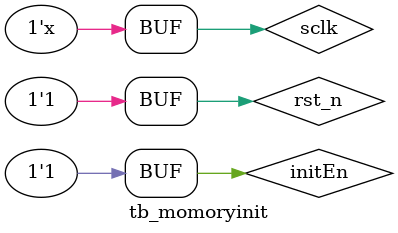
<source format=v>
`timescale 1ns/1ps

module tb_momoryinit( );

reg 	sclk;
reg		rst_n;
reg		initEn;
wire 	initValid;
wire	[31:0]	initAddr;
wire	initDone;
wire	initDonePuls;

initial	sclk = 1;
always #10 sclk = !sclk;

initial	begin
	rst_n = 0;
	#100
	rst_n = 1;
	initEn = 0;
	#100 
	initEn = 1;
end


MemoryInit			MemoryInit_inst(
	.clk			(sclk),
	.rst_n			(rst_n),
	.initEn			(initEn),

	.initValid		(initValid),
	.initAddr		(initAddr),
	.initDone		(initDone),
	.initDonePuls	(initDonePuls)
);




endmodule

</source>
